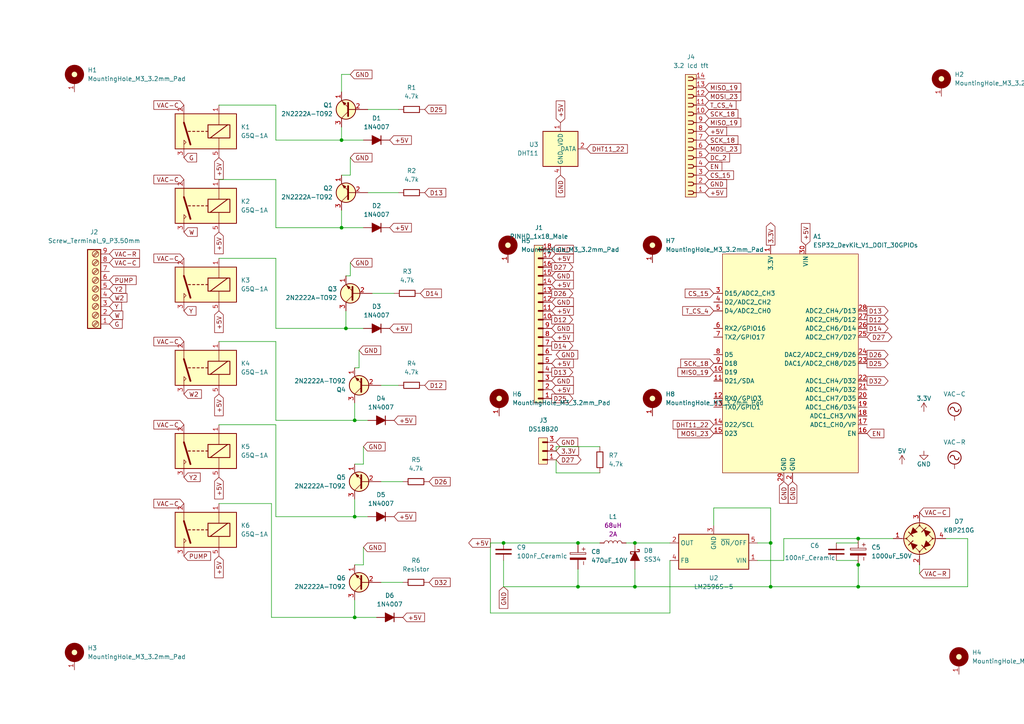
<source format=kicad_sch>
(kicad_sch (version 20250114) (generator "eeschema") (generator_version "9.0")
  (paper "A4")
  (lib_symbols
    (symbol "PCM_4ms_Inductor:12uH_5.2A_1260" (pin_numbers (hide yes)) (pin_names (offset 1.016) (hide yes))
      (property "Reference" "L" (at -1.27 0 90))
      (property "Display" "12uH" (at 2.54 0 90))
      (property "Display 2" "5.2A" (at 5.08 0 90))
      (symbol "12uH_5.2A_1260_1_1"
        (pin passive line (at 0 3.81 270) (length 1.27) (name "1") (number "1"))
        (pin passive line (at 0 -3.81 90) (length 1.27) (name "2") (number "2"))
      )
    )
    (symbol "PCM_Diode_AKL:1N4007" (pin_numbers (hide yes)) (pin_names (offset 1.016) (hide yes))
      (property "Reference" "D" (at 0 5.08 0))
      (property "Value" "1N4007" (at 0 2.54 0))
      (symbol "1N4007_1_1"
        (pin passive line (at -3.81 0 0) (length 2.54) (name "A") (number "2"))
        (pin passive line (at 3.81 0 180) (length 2.54) (name "K") (number "1"))
      )
      (symbol "1N4007_1_2"
        (pin passive line (at -2.54 -2.54 0) (length 0) (name "A") (number "2"))
        (pin passive line (at 2.54 2.54 180) (length 0) (name "K") (number "1"))
      )
    )
    (symbol "PCM_Diode_Bridge_AKL:KBP210G" (pin_names (offset 1.016) (hide yes))
      (property "Reference" "D" (at 5.08 7.62 0))
      (property "Value" "KBP210G" (at 5.08 5.08 0))
      (symbol "KBP210G_1_1"
        (pin passive line (at -7.62 0 0) (length 2.54) (name "1") (number "2"))
        (pin passive line (at 0 7.62 270) (length 2.54) (name "+") (number "1"))
        (pin passive line (at 0 -7.62 90) (length 2.54) (name "-") (number "4"))
        (pin passive line (at 7.62 0 180) (length 2.54) (name "2") (number "3"))
      )
    )
    (symbol "PCM_Diode_Schottky_AKL:SS34" (pin_numbers (hide yes)) (pin_names (offset 1.016) (hide yes))
      (property "Reference" "D" (at 0 5.08 0))
      (property "Value" "SS34" (at 0 2.54 0))
      (symbol "SS34_1_1"
        (pin passive line (at -3.81 0 0) (length 2.54) (name "A") (number "2"))
        (pin passive line (at 3.81 0 180) (length 2.54) (name "K") (number "1"))
      )
      (symbol "SS34_1_2"
        (pin passive line (at -2.54 -2.54 0) (length 0) (name "A") (number "2"))
        (pin passive line (at 2.54 2.54 180) (length 0) (name "K") (number "1"))
      )
    )
    (symbol "PCM_SL_Capacitors:1000uF_50V"
      (property "Reference" "C" (at 0 7.62 0))
      (property "Value" "1000uF_50V" (at 0 5.08 0))
      (symbol "1000uF_50V_0_0"
        (text "+" (at -2.032 1.524 0) (effects (font (size 1.27 1.27))))
        (text "-" (at 2.032 1.524 0) (effects (font (size 1.27 1.27))))
      )
      (symbol "1000uF_50V_1_1"
        (pin passive line (at -3.81 0 0) (length 2.7) (name "~") (number "1"))
        (pin input line (at 3.81 0 180) (length 2.7) (name "~") (number "2"))
      )
    )
    (symbol "PCM_SL_Capacitors:100nF_Ceramic"
      (property "Reference" "C" (at 0 6.35 0))
      (property "Value" "100nF_Ceramic" (at 0 3.81 0))
      (symbol "100nF_Ceramic_1_1"
        (pin passive line (at -2.54 0 0) (length 2) (name "~") (number "1"))
        (pin input line (at 2.54 0 180) (length 2) (name "~") (number "2"))
      )
    )
    (symbol "PCM_SL_Capacitors:470uF_10V"
      (property "Reference" "C" (at 0 7.62 0))
      (property "Value" "470uF_10V" (at 0 5.08 0))
      (symbol "470uF_10V_0_0"
        (text "+" (at -2.032 1.524 0) (effects (font (size 1.27 1.27))))
        (text "-" (at 2.032 1.524 0) (effects (font (size 1.27 1.27))))
      )
      (symbol "470uF_10V_1_1"
        (pin passive line (at -3.81 0 0) (length 2.7) (name "~") (number "1"))
        (pin input line (at 3.81 0 180) (length 2.7) (name "~") (number "2"))
      )
    )
    (symbol "PCM_SL_Development_Board:ESP32_DevKit_V1_DOIT_30GPIOs"
      (property "Reference" "A" (at -11.43 34.29 0))
      (property "Value" "ESP32_DevKit_V1_DOIT_30GPIOs" (at 2.54 -22.86 0))
      (symbol "ESP32_DevKit_V1_DOIT_30GPIOs_1_1"
        (pin bidirectional line (at -21.59 21.59 0) (length 2.54) (name "D15/ADC2_CH3") (number "3"))
        (pin bidirectional line (at -21.59 19.05 0) (length 2.54) (name "D2/ADC2_CH2") (number "4"))
        (pin bidirectional line (at -21.59 16.51 0) (length 2.54) (name "D4/ADC2_CH0") (number "5"))
        (pin bidirectional line (at -21.59 11.43 0) (length 2.54) (name "RX2/GPIO16") (number "6"))
        (pin bidirectional line (at -21.59 8.89 0) (length 2.54) (name "TX2/GPIO17") (number "7"))
        (pin bidirectional line (at -21.59 3.81 0) (length 2.54) (name "D5") (number "8"))
        (pin bidirectional line (at -21.59 1.27 0) (length 2.54) (name "D18") (number "9"))
        (pin bidirectional line (at -21.59 -1.27 0) (length 2.54) (name "D19") (number "10"))
        (pin bidirectional line (at -21.59 -3.81 0) (length 2.54) (name "D21/SDA") (number "11"))
        (pin bidirectional line (at -21.59 -8.89 0) (length 2.54) (name "RX0/GPIO3") (number "12"))
        (pin bidirectional line (at -21.59 -11.43 0) (length 2.54) (name "TX0/GPIO1") (number "13"))
        (pin bidirectional line (at -21.59 -16.51 0) (length 2.54) (name "D22/SCL") (number "14"))
        (pin bidirectional line (at -21.59 -19.05 0) (length 2.54) (name "D23") (number "15"))
        (pin power_in line (at -5.08 35.56 270) (length 2.54) (name "3.3V") (number "1"))
        (pin power_in line (at -1.27 -33.02 90) (length 2.54) (name "GND") (number "29"))
        (pin power_in line (at 1.27 -33.02 90) (length 2.54) (name "GND") (number "2"))
        (pin power_in line (at 5.08 35.56 270) (length 2.54) (name "VIN") (number "30"))
        (pin bidirectional line (at 22.86 16.51 180) (length 2.54) (name "ADC2_CH4/D13") (number "28"))
        (pin bidirectional line (at 22.86 13.97 180) (length 2.54) (name "ADC2_CH5/D12") (number "27"))
        (pin bidirectional line (at 22.86 11.43 180) (length 2.54) (name "ADC2_CH6/D14") (number "26"))
        (pin bidirectional line (at 22.86 8.89 180) (length 2.54) (name "ADC2_CH7/D27") (number "25"))
        (pin bidirectional line (at 22.86 3.81 180) (length 2.54) (name "DAC2/ADC2_CH9/D26") (number "24"))
        (pin bidirectional line (at 22.86 1.27 180) (length 2.54) (name "DAC1/ADC2_CH8/D25") (number "23"))
        (pin bidirectional line (at 22.86 -3.81 180) (length 2.54) (name "ADC1_CH4/D32") (number "22"))
        (pin bidirectional line (at 22.86 -6.35 180) (length 2.54) (name "ADC1_CH4/D32") (number "21"))
        (pin bidirectional line (at 22.86 -8.89 180) (length 2.54) (name "ADC1_CH7/D35") (number "20"))
        (pin bidirectional line (at 22.86 -11.43 180) (length 2.54) (name "ADC1_CH6/D34") (number "19"))
        (pin bidirectional line (at 22.86 -13.97 180) (length 2.54) (name "ADC1_CH3/VN") (number "18"))
        (pin bidirectional line (at 22.86 -16.51 180) (length 2.54) (name "ADC1_CH0/VP") (number "17"))
        (pin bidirectional line (at 22.86 -19.05 180) (length 2.54) (name "EN") (number "16"))
      )
    )
    (symbol "PCM_SL_Mechanical:MountingHole_M3_3.2mm_Pad"
      (property "Reference" "H" (at 0 7.62 0))
      (property "Value" "MountingHole_M3_3.2mm_Pad" (at 0 5.08 0))
      (symbol "MountingHole_M3_3.2mm_Pad_1_1"
        (pin passive line (at 0 -5.08 90) (length 2.54) (name "") (number "1"))
      )
    )
    (symbol "PCM_SL_Pin_Headers:PINHD_1x14_Female"
      (property "Reference" "J" (at 0 22.86 0))
      (property "Value" "PINHD_1x14_Female" (at 0 20.32 0))
      (symbol "PINHD_1x14_Female_1_1"
        (pin passive line (at -3.81 16.51 0) (length 2.54) (name "") (number "1"))
        (pin passive line (at -3.81 13.97 0) (length 2.54) (name "") (number "2"))
        (pin passive line (at -3.81 11.43 0) (length 2.54) (name "") (number "3"))
        (pin passive line (at -3.81 8.89 0) (length 2.54) (name "") (number "4"))
        (pin passive line (at -3.81 6.35 0) (length 2.54) (name "") (number "5"))
        (pin passive line (at -3.81 3.81 0) (length 2.54) (name "") (number "6"))
        (pin passive line (at -3.81 1.27 0) (length 2.54) (name "") (number "7"))
        (pin passive line (at -3.81 -1.27 0) (length 2.54) (name "") (number "8"))
        (pin passive line (at -3.81 -3.81 0) (length 2.54) (name "") (number "9"))
        (pin passive line (at -3.81 -6.35 0) (length 2.54) (name "") (number "10"))
        (pin passive line (at -3.81 -8.89 0) (length 2.54) (name "") (number "11"))
        (pin passive line (at -3.81 -11.43 0) (length 2.54) (name "") (number "12"))
        (pin passive line (at -3.81 -13.97 0) (length 2.54) (name "") (number "13"))
        (pin passive line (at -3.81 -16.51 0) (length 2.54) (name "") (number "14"))
      )
    )
    (symbol "PCM_SL_Pin_Headers:PINHD_1x18_Male"
      (property "Reference" "J" (at 0 26.67 0))
      (property "Value" "PINHD_1x18_Male" (at 0 24.13 0))
      (symbol "PINHD_1x18_Male_1_1"
        (pin passive line (at -3.81 21.59 0) (length 2.54) (name "") (number "1"))
        (pin passive line (at -3.81 19.05 0) (length 2.54) (name "") (number "2"))
        (pin passive line (at -3.81 16.51 0) (length 2.54) (name "") (number "3"))
        (pin passive line (at -3.81 13.97 0) (length 2.54) (name "") (number "4"))
        (pin passive line (at -3.81 11.43 0) (length 2.54) (name "") (number "5"))
        (pin passive line (at -3.81 8.89 0) (length 2.54) (name "") (number "6"))
        (pin passive line (at -3.81 6.35 0) (length 2.54) (name "") (number "7"))
        (pin passive line (at -3.81 3.81 0) (length 2.54) (name "") (number "8"))
        (pin passive line (at -3.81 1.27 0) (length 2.54) (name "") (number "9"))
        (pin passive line (at -3.81 -1.27 0) (length 2.54) (name "") (number "10"))
        (pin passive line (at -3.81 -3.81 0) (length 2.54) (name "") (number "11"))
        (pin passive line (at -3.81 -6.35 0) (length 2.54) (name "") (number "12"))
        (pin passive line (at -3.81 -8.89 0) (length 2.54) (name "") (number "13"))
        (pin passive line (at -3.81 -11.43 0) (length 2.54) (name "") (number "14"))
        (pin passive line (at -3.81 -13.97 0) (length 2.54) (name "") (number "15"))
        (pin passive line (at -3.81 -16.51 0) (length 2.54) (name "") (number "16"))
        (pin passive line (at -3.81 -19.05 0) (length 2.54) (name "") (number "17"))
        (pin passive line (at -3.81 -21.59 0) (length 2.54) (name "") (number "18"))
      )
    )
    (symbol "PCM_SL_Pin_Headers:PINHD_1x3_Male"
      (property "Reference" "J" (at 0 7.62 0))
      (property "Value" "PINHD_1x3_Male" (at 0 5.08 0))
      (symbol "PINHD_1x3_Male_1_1"
        (pin passive line (at -3.81 2.54 0) (length 2.54) (name "") (number "1"))
        (pin passive line (at -3.81 0 0) (length 2.54) (name "") (number "2"))
        (pin passive line (at -3.81 -2.54 0) (length 2.54) (name "") (number "3"))
      )
    )
    (symbol "PCM_SL_Resistors:4.7k"
      (property "Reference" "R" (at 0 5.08 0))
      (property "Value" "4.7k" (at 0 2.54 0))
      (symbol "4.7k_1_1"
        (pin passive line (at -3.81 0 0) (length 1.5) (name "") (number "1"))
        (pin passive line (at 3.81 0 180) (length 1.5) (name "~") (number "2"))
      )
    )
    (symbol "PCM_SL_Resistors:Resistor"
      (property "Reference" "R" (at 0 5.08 0))
      (property "Value" "Resistor" (at 0 2.54 0))
      (symbol "Resistor_1_1"
        (pin passive line (at -3.81 0 0) (length 1.5) (name "") (number "1"))
        (pin passive line (at 3.81 0 180) (length 1.5) (name "~") (number "2"))
      )
    )
    (symbol "PCM_SL_Screw_Terminal:Screw_Terminal_9_P3.50mm"
      (property "Reference" "J" (at 0 12.7 0))
      (property "Value" "Screw_Terminal_9_P3.50mm" (at 1.27 -12.7 0))
      (symbol "Screw_Terminal_9_P3.50mm_1_1"
        (pin passive line (at -3.81 10.16 0) (length 2.54) (name "") (number "1"))
        (pin passive line (at -3.81 7.62 0) (length 2.54) (name "") (number "2"))
        (pin passive line (at -3.81 5.08 0) (length 2.54) (name "") (number "3"))
        (pin passive line (at -3.81 2.54 0) (length 2.54) (name "") (number "4"))
        (pin passive line (at -3.81 0 0) (length 2.54) (name "") (number "5"))
        (pin passive line (at -3.81 -2.54 0) (length 2.54) (name "") (number "6"))
        (pin passive line (at -3.81 -5.08 0) (length 2.54) (name "") (number "7"))
        (pin passive line (at -3.81 -7.62 0) (length 2.54) (name "") (number "8"))
        (pin passive line (at -3.81 -10.16 0) (length 2.54) (name "") (number "9"))
      )
    )
    (symbol "PCM_SparkFun-PowerSymbol:3.3V" (power) (pin_names (offset 0))
      (property "Value" "3.3V" (at 0 3.81 0))
      (symbol "3.3V_1_1"
        (pin power_in line (at 0 0 90) (length 0) (hide yes) (name "3.3V") (number "1"))
      )
    )
    (symbol "PCM_SparkFun-PowerSymbol:5V" (power) (pin_names (offset 0))
      (property "Value" "5V" (at 0 3.81 0))
      (symbol "5V_1_1"
        (pin power_in line (at 0 0 90) (length 0) (hide yes) (name "5V") (number "1"))
      )
    )
    (symbol "PCM_SparkFun-PowerSymbol:GND" (power) (pin_names (offset 0))
      (property "Value" "GND" (at 0 -3.81 0))
      (symbol "GND_1_1"
        (pin power_in line (at 0 0 270) (length 0) (hide yes) (name "GND") (number "1"))
      )
    )
    (symbol "PCM_Transistor_BJT_AKL:2N2222A-TO92" (pin_names (hide yes))
      (property "Reference" "Q" (at 5.08 1.27 0))
      (property "Value" "2N2222A-TO92" (at 5.08 -1.27 0))
      (symbol "2N2222A-TO92_1_1"
        (pin passive line (at -5.08 0 0) (length 5.715) (name "B") (number "2"))
        (pin passive line (at 2.54 5.08 270) (length 2.54) (name "C") (number "3"))
        (pin passive line (at 2.54 -5.08 90) (length 2.54) (name "E") (number "1"))
      )
    )
    (symbol "Regulator_Switching:LM2596S-5"
      (property "Reference" "U" (at -10.16 6.35 0))
      (property "Value" "LM2596S-5" (at 0 6.35 0))
      (symbol "LM2596S-5_1_1"
        (pin power_in line (at -12.7 2.54 0) (length 2.54) (name "VIN") (number "1"))
        (pin input line (at -12.7 -2.54 0) (length 2.54) (name "~{ON}/OFF") (number "5"))
        (pin power_in line (at 0 -7.62 90) (length 2.54) (name "GND") (number "3"))
        (pin input line (at 12.7 2.54 180) (length 2.54) (name "FB") (number "4"))
        (pin output line (at 12.7 -2.54 180) (length 2.54) (name "OUT") (number "2"))
      )
    )
    (symbol "Relay:G5Q-1A"
      (property "Reference" "K" (at 8.89 3.81 0))
      (property "Value" "G5Q-1A" (at 8.89 1.27 0))
      (symbol "G5Q-1A_1_1"
        (pin passive line (at -5.08 7.62 270) (length 2.54) (name "~") (number "5"))
        (pin passive line (at -5.08 -7.62 90) (length 2.54) (name "~") (number "1"))
        (pin passive line (at 5.08 7.62 270) (length 2.54) (name "~") (number "3"))
        (pin passive line (at 5.08 -7.62 90) (length 2.54) (name "~") (number "2"))
      )
    )
    (symbol "Sensor:DHT11"
      (property "Reference" "U" (at -3.81 6.35 0))
      (property "Value" "DHT11" (at 3.81 6.35 0))
      (symbol "DHT11_1_1"
        (pin no_connect line (at -5.08 0 0) (length 2.54) (hide yes) (name "NC") (number "3"))
        (pin power_in line (at 0 7.62 270) (length 2.54) (name "VDD") (number "1"))
        (pin power_in line (at 0 -7.62 90) (length 2.54) (name "GND") (number "4"))
        (pin bidirectional line (at 7.62 0 180) (length 2.54) (name "DATA") (number "2"))
      )
    )
    (symbol "power:VAC" (power) (pin_numbers (hide yes)) (pin_names (offset 0) (hide yes))
      (property "Value" "VAC" (at 0 6.35 0))
      (symbol "VAC_1_1"
        (pin power_in line (at 0 0 90) (length 0) (name "~") (number "1"))
      )
    )
  )
  (junction (at 223.52 170.18))
  (junction (at 184.15 157.48))
  (junction (at 248.92 156.21))
  (junction (at 99.06 66.04))
  (junction (at 248.92 170.18))
  (junction (at 184.15 170.18))
  (junction (at 223.52 157.48))
  (junction (at 167.64 157.48))
  (junction (at 167.64 170.18))
  (junction (at 248.92 163.83))
  (junction (at 102.87 121.92))
  (junction (at 102.87 179.07))
  (junction (at 146.05 157.48))
  (junction (at 100.33 95.25))
  (junction (at 102.87 149.86))
  (junction (at 99.06 40.64))
  (wire (pts (xy 80.01 74.93) (xy 80.01 95.25)))
  (wire (pts (xy 227.33 156.21) (xy 227.33 162.56)))
  (wire (pts (xy 107.95 85.09) (xy 114.3 85.09)))
  (wire (pts (xy 78.74 146.05) (xy 78.74 179.07)))
  (wire (pts (xy 242.57 162.56) (xy 248.92 162.56)))
  (wire (pts (xy 142.24 157.48) (xy 146.05 157.48)))
  (wire (pts (xy 207.01 147.32) (xy 207.01 152.4)))
  (wire (pts (xy 102.87 121.92) (xy 102.87 116.84)))
  (wire (pts (xy 63.5 99.06) (xy 80.01 99.06)))
  (wire (pts (xy 266.7 163.83) (xy 266.7 166.37)))
  (wire (pts (xy 80.01 30.48) (xy 80.01 40.64)))
  (wire (pts (xy 248.92 170.18) (xy 223.52 170.18)))
  (wire (pts (xy 280.67 156.21) (xy 280.67 170.18)))
  (wire (pts (xy 99.06 21.59) (xy 99.06 26.67)))
  (wire (pts (xy 280.67 170.18) (xy 248.92 170.18)))
  (wire (pts (xy 102.87 173.99) (xy 102.87 179.07)))
  (wire (pts (xy 184.15 170.18) (xy 184.15 165.1)))
  (wire (pts (xy 146.05 170.18) (xy 146.05 162.56)))
  (wire (pts (xy 167.64 157.48) (xy 173.99 157.48)))
  (wire (pts (xy 105.41 129.54) (xy 105.41 134.62)))
  (wire (pts (xy 63.5 30.48) (xy 80.01 30.48)))
  (wire (pts (xy 63.5 52.07) (xy 80.01 52.07)))
  (wire (pts (xy 106.68 55.88) (xy 115.57 55.88)))
  (wire (pts (xy 63.5 146.05) (xy 78.74 146.05)))
  (wire (pts (xy 167.64 170.18) (xy 167.64 165.1)))
  (wire (pts (xy 227.33 156.21) (xy 248.92 156.21)))
  (wire (pts (xy 80.01 40.64) (xy 99.06 40.64)))
  (wire (pts (xy 219.71 162.56) (xy 227.33 162.56)))
  (wire (pts (xy 105.41 40.64) (xy 99.06 40.64)))
  (wire (pts (xy 80.01 149.86) (xy 102.87 149.86)))
  (wire (pts (xy 101.6 80.01) (xy 100.33 80.01)))
  (wire (pts (xy 194.31 177.8) (xy 142.24 177.8)))
  (wire (pts (xy 105.41 134.62) (xy 102.87 134.62)))
  (wire (pts (xy 110.49 139.7) (xy 116.84 139.7)))
  (wire (pts (xy 167.64 170.18) (xy 146.05 170.18)))
  (wire (pts (xy 223.52 157.48) (xy 223.52 147.32)))
  (wire (pts (xy 223.52 170.18) (xy 223.52 157.48)))
  (wire (pts (xy 99.06 40.64) (xy 99.06 36.83)))
  (wire (pts (xy 99.06 66.04) (xy 99.06 60.96)))
  (wire (pts (xy 110.49 111.76) (xy 115.57 111.76)))
  (wire (pts (xy 105.41 95.25) (xy 100.33 95.25)))
  (wire (pts (xy 274.32 156.21) (xy 280.67 156.21)))
  (wire (pts (xy 101.6 76.2) (xy 101.6 80.01)))
  (wire (pts (xy 102.87 163.83) (xy 105.41 163.83)))
  (wire (pts (xy 110.49 168.91) (xy 116.84 168.91)))
  (wire (pts (xy 106.68 31.75) (xy 115.57 31.75)))
  (wire (pts (xy 248.92 156.21) (xy 259.08 156.21)))
  (wire (pts (xy 106.68 149.86) (xy 102.87 149.86)))
  (wire (pts (xy 80.01 66.04) (xy 99.06 66.04)))
  (wire (pts (xy 146.05 157.48) (xy 167.64 157.48)))
  (wire (pts (xy 181.61 157.48) (xy 184.15 157.48)))
  (wire (pts (xy 173.99 137.16) (xy 161.29 137.16)))
  (wire (pts (xy 78.74 179.07) (xy 102.87 179.07)))
  (wire (pts (xy 80.01 121.92) (xy 102.87 121.92)))
  (wire (pts (xy 80.01 95.25) (xy 100.33 95.25)))
  (wire (pts (xy 109.22 179.07) (xy 102.87 179.07)))
  (wire (pts (xy 80.01 123.19) (xy 80.01 149.86)))
  (wire (pts (xy 248.92 170.18) (xy 248.92 163.83)))
  (wire (pts (xy 101.6 50.8) (xy 99.06 50.8)))
  (wire (pts (xy 101.6 45.72) (xy 101.6 50.8)))
  (wire (pts (xy 102.87 144.78) (xy 102.87 149.86)))
  (wire (pts (xy 223.52 170.18) (xy 184.15 170.18)))
  (wire (pts (xy 105.41 158.75) (xy 105.41 163.83)))
  (wire (pts (xy 184.15 157.48) (xy 194.31 157.48)))
  (wire (pts (xy 173.99 129.54) (xy 161.29 129.54)))
  (wire (pts (xy 101.6 21.59) (xy 99.06 21.59)))
  (wire (pts (xy 80.01 52.07) (xy 80.01 66.04)))
  (wire (pts (xy 105.41 66.04) (xy 99.06 66.04)))
  (wire (pts (xy 248.92 162.56) (xy 248.92 163.83)))
  (wire (pts (xy 80.01 99.06) (xy 80.01 121.92)))
  (wire (pts (xy 248.92 157.48) (xy 248.92 156.21)))
  (wire (pts (xy 223.52 147.32) (xy 207.01 147.32)))
  (wire (pts (xy 106.68 121.92) (xy 102.87 121.92)))
  (wire (pts (xy 161.29 137.16) (xy 161.29 133.35)))
  (wire (pts (xy 194.31 162.56) (xy 194.31 177.8)))
  (wire (pts (xy 63.5 123.19) (xy 80.01 123.19)))
  (wire (pts (xy 104.14 101.6) (xy 104.14 106.68)))
  (wire (pts (xy 142.24 177.8) (xy 142.24 157.48)))
  (wire (pts (xy 161.29 129.54) (xy 161.29 130.81)))
  (wire (pts (xy 223.52 157.48) (xy 219.71 157.48)))
  (wire (pts (xy 104.14 106.68) (xy 102.87 106.68)))
  (wire (pts (xy 100.33 95.25) (xy 100.33 90.17)))
  (wire (pts (xy 63.5 74.93) (xy 80.01 74.93)))
  (wire (pts (xy 184.15 170.18) (xy 167.64 170.18)))
  (wire (pts (xy 242.57 157.48) (xy 248.92 157.48)))
  (global_label "EN" (shape input) (at 251.46 125.73 0) (property "Intersheetrefs" "${INTERSHEET_REFS}" (effects (hide yes))))
  (global_label "+5V" (shape input) (at 116.84 179.07 0) (property "Intersheetrefs" "${INTERSHEET_REFS}" (effects (hide yes))))
  (global_label "VAC-C" (shape input) (at 53.34 52.07 180) (property "Intersheetrefs" "${INTERSHEET_REFS}" (effects (hide yes))))
  (global_label "+5V" (shape input) (at 113.03 66.04 0) (property "Intersheetrefs" "${INTERSHEET_REFS}" (effects (hide yes))))
  (global_label "DC_2" (shape input) (at 204.47 45.72 0) (property "Intersheetrefs" "${INTERSHEET_REFS}" (effects (hide yes))))
  (global_label "+5V" (shape output) (at 142.24 157.48 180) (property "Intersheetrefs" "${INTERSHEET_REFS}" (effects (hide yes))))
  (global_label "GND" (shape input) (at 101.6 45.72 0) (property "Intersheetrefs" "${INTERSHEET_REFS}" (effects (hide yes))))
  (global_label "+5V" (shape input) (at 160.02 82.55 0) (property "Intersheetrefs" "${INTERSHEET_REFS}" (effects (hide yes))))
  (global_label "3.3V" (shape output) (at 223.52 71.12 90) (property "Intersheetrefs" "${INTERSHEET_REFS}" (effects (hide yes))))
  (global_label "SCK_18" (shape input) (at 204.47 33.02 0) (property "Intersheetrefs" "${INTERSHEET_REFS}" (effects (hide yes))))
  (global_label "+5V" (shape input) (at 160.02 90.17 0) (property "Intersheetrefs" "${INTERSHEET_REFS}" (effects (hide yes))))
  (global_label "D13" (shape input) (at 123.19 55.88 0) (property "Intersheetrefs" "${INTERSHEET_REFS}" (effects (hide yes))))
  (global_label "+5V" (shape input) (at 204.47 38.1 0) (property "Intersheetrefs" "${INTERSHEET_REFS}" (effects (hide yes))))
  (global_label "D13" (shape output) (at 160.02 107.95 0) (property "Intersheetrefs" "${INTERSHEET_REFS}" (effects (hide yes))))
  (global_label "VAC-C" (shape input) (at 53.34 123.19 180) (property "Intersheetrefs" "${INTERSHEET_REFS}" (effects (hide yes))))
  (global_label "MOSI_23" (shape input) (at 204.47 27.94 0) (property "Intersheetrefs" "${INTERSHEET_REFS}" (effects (hide yes))))
  (global_label "GND" (shape input) (at 105.41 158.75 0) (property "Intersheetrefs" "${INTERSHEET_REFS}" (effects (hide yes))))
  (global_label "D32" (shape input) (at 124.46 168.91 0) (property "Intersheetrefs" "${INTERSHEET_REFS}" (effects (hide yes))))
  (global_label "GND" (shape input) (at 160.02 95.25 0) (property "Intersheetrefs" "${INTERSHEET_REFS}" (effects (hide yes))))
  (global_label "+5V" (shape input) (at 113.03 95.25 0) (property "Intersheetrefs" "${INTERSHEET_REFS}" (effects (hide yes))))
  (global_label "+5V" (shape input) (at 160.02 97.79 0) (property "Intersheetrefs" "${INTERSHEET_REFS}" (effects (hide yes))))
  (global_label "+5V" (shape input) (at 204.47 55.88 0) (property "Intersheetrefs" "${INTERSHEET_REFS}" (effects (hide yes))))
  (global_label "VAC-C" (shape input) (at 266.7 148.59 0) (property "Intersheetrefs" "${INTERSHEET_REFS}" (effects (hide yes))))
  (global_label "Y" (shape input) (at 31.75 88.9 0) (property "Intersheetrefs" "${INTERSHEET_REFS}" (effects (hide yes))))
  (global_label "+5V" (shape input) (at 63.5 138.43 270) (property "Intersheetrefs" "${INTERSHEET_REFS}" (effects (hide yes))))
  (global_label "+5V" (shape input) (at 233.68 71.12 90) (property "Intersheetrefs" "${INTERSHEET_REFS}" (effects (hide yes))))
  (global_label "D25" (shape input) (at 123.19 31.75 0) (property "Intersheetrefs" "${INTERSHEET_REFS}" (effects (hide yes))))
  (global_label "PUMP" (shape input) (at 31.75 81.28 0) (property "Intersheetrefs" "${INTERSHEET_REFS}" (effects (hide yes))))
  (global_label "GND" (shape input) (at 161.29 128.27 0) (property "Intersheetrefs" "${INTERSHEET_REFS}" (effects (hide yes))))
  (global_label "GND" (shape input) (at 101.6 76.2 0) (property "Intersheetrefs" "${INTERSHEET_REFS}" (effects (hide yes))))
  (global_label "G" (shape input) (at 53.34 45.72 0) (property "Intersheetrefs" "${INTERSHEET_REFS}" (effects (hide yes))))
  (global_label "VAC-R" (shape input) (at 31.75 73.66 0) (property "Intersheetrefs" "${INTERSHEET_REFS}" (effects (hide yes))))
  (global_label "VAC-C" (shape input) (at 53.34 30.48 180) (property "Intersheetrefs" "${INTERSHEET_REFS}" (effects (hide yes))))
  (global_label "MISO_19" (shape input) (at 204.47 35.56 0) (property "Intersheetrefs" "${INTERSHEET_REFS}" (effects (hide yes))))
  (global_label "D26" (shape output) (at 160.02 85.09 0) (property "Intersheetrefs" "${INTERSHEET_REFS}" (effects (hide yes))))
  (global_label "W" (shape input) (at 31.75 91.44 0) (property "Intersheetrefs" "${INTERSHEET_REFS}" (effects (hide yes))))
  (global_label "+5V" (shape input) (at 63.5 114.3 270) (property "Intersheetrefs" "${INTERSHEET_REFS}" (effects (hide yes))))
  (global_label "GND" (shape input) (at 101.6 21.59 0) (property "Intersheetrefs" "${INTERSHEET_REFS}" (effects (hide yes))))
  (global_label "VAC-C" (shape input) (at 53.34 74.93 180) (property "Intersheetrefs" "${INTERSHEET_REFS}" (effects (hide yes))))
  (global_label "GND" (shape input) (at 160.02 87.63 0) (property "Intersheetrefs" "${INTERSHEET_REFS}" (effects (hide yes))))
  (global_label "W" (shape input) (at 53.34 67.31 0) (property "Intersheetrefs" "${INTERSHEET_REFS}" (effects (hide yes))))
  (global_label "SCK_18" (shape input) (at 207.01 105.41 180) (property "Intersheetrefs" "${INTERSHEET_REFS}" (effects (hide yes))))
  (global_label "D14" (shape input) (at 121.92 85.09 0) (property "Intersheetrefs" "${INTERSHEET_REFS}" (effects (hide yes))))
  (global_label "D14" (shape output) (at 160.02 100.33 0) (property "Intersheetrefs" "${INTERSHEET_REFS}" (effects (hide yes))))
  (global_label "T_CS_4" (shape input) (at 204.47 30.48 0) (property "Intersheetrefs" "${INTERSHEET_REFS}" (effects (hide yes))))
  (global_label "GND" (shape input) (at 160.02 110.49 0) (property "Intersheetrefs" "${INTERSHEET_REFS}" (effects (hide yes))))
  (global_label "D12" (shape input) (at 123.19 111.76 0) (property "Intersheetrefs" "${INTERSHEET_REFS}" (effects (hide yes))))
  (global_label "MISO_19" (shape input) (at 204.47 25.4 0) (property "Intersheetrefs" "${INTERSHEET_REFS}" (effects (hide yes))))
  (global_label "W2" (shape input) (at 31.75 86.36 0) (property "Intersheetrefs" "${INTERSHEET_REFS}" (effects (hide yes))))
  (global_label "VAC-R" (shape input) (at 266.7 166.37 0) (property "Intersheetrefs" "${INTERSHEET_REFS}" (effects (hide yes))))
  (global_label "T_CS_4" (shape input) (at 207.01 90.17 180) (property "Intersheetrefs" "${INTERSHEET_REFS}" (effects (hide yes))))
  (global_label "G" (shape input) (at 31.75 93.98 0) (property "Intersheetrefs" "${INTERSHEET_REFS}" (effects (hide yes))))
  (global_label "D27" (shape output) (at 160.02 77.47 0) (property "Intersheetrefs" "${INTERSHEET_REFS}" (effects (hide yes))))
  (global_label "3.3V" (shape input) (at 161.29 130.81 0) (property "Intersheetrefs" "${INTERSHEET_REFS}" (effects (hide yes))))
  (global_label "GND" (shape input) (at 204.47 53.34 0) (property "Intersheetrefs" "${INTERSHEET_REFS}" (effects (hide yes))))
  (global_label "+5V" (shape input) (at 114.3 121.92 0) (property "Intersheetrefs" "${INTERSHEET_REFS}" (effects (hide yes))))
  (global_label "GND" (shape input) (at 162.56 50.8 270) (property "Intersheetrefs" "${INTERSHEET_REFS}" (effects (hide yes))))
  (global_label "D26" (shape input) (at 124.46 139.7 0) (property "Intersheetrefs" "${INTERSHEET_REFS}" (effects (hide yes))))
  (global_label "SCK_18" (shape input) (at 204.47 40.64 0) (property "Intersheetrefs" "${INTERSHEET_REFS}" (effects (hide yes))))
  (global_label "+5V" (shape input) (at 162.56 35.56 90) (property "Intersheetrefs" "${INTERSHEET_REFS}" (effects (hide yes))))
  (global_label "CS_15" (shape input) (at 207.01 85.09 180) (property "Intersheetrefs" "${INTERSHEET_REFS}" (effects (hide yes))))
  (global_label "PUMP" (shape input) (at 53.34 161.29 0) (property "Intersheetrefs" "${INTERSHEET_REFS}" (effects (hide yes))))
  (global_label "+5V" (shape input) (at 160.02 113.03 0) (property "Intersheetrefs" "${INTERSHEET_REFS}" (effects (hide yes))))
  (global_label "D27" (shape bidirectional) (at 251.46 97.79 0) (property "Intersheetrefs" "${INTERSHEET_REFS}" (effects (hide yes))))
  (global_label "EN" (shape input) (at 204.47 48.26 0) (property "Intersheetrefs" "${INTERSHEET_REFS}" (effects (hide yes))))
  (global_label "D13" (shape output) (at 251.46 90.17 0) (property "Intersheetrefs" "${INTERSHEET_REFS}" (effects (hide yes))))
  (global_label "VAC-C" (shape input) (at 53.34 146.05 180) (property "Intersheetrefs" "${INTERSHEET_REFS}" (effects (hide yes))))
  (global_label "GND" (shape input) (at 227.33 139.7 270) (property "Intersheetrefs" "${INTERSHEET_REFS}" (effects (hide yes))))
  (global_label "VAC-C" (shape input) (at 53.34 99.06 180) (property "Intersheetrefs" "${INTERSHEET_REFS}" (effects (hide yes))))
  (global_label "Y" (shape input) (at 53.34 90.17 0) (property "Intersheetrefs" "${INTERSHEET_REFS}" (effects (hide yes))))
  (global_label "CS_15" (shape input) (at 204.47 50.8 0) (property "Intersheetrefs" "${INTERSHEET_REFS}" (effects (hide yes))))
  (global_label "+5V" (shape input) (at 114.3 149.86 0) (property "Intersheetrefs" "${INTERSHEET_REFS}" (effects (hide yes))))
  (global_label "Y2" (shape input) (at 31.75 83.82 0) (property "Intersheetrefs" "${INTERSHEET_REFS}" (effects (hide yes))))
  (global_label "+5V" (shape input) (at 160.02 74.93 0) (property "Intersheetrefs" "${INTERSHEET_REFS}" (effects (hide yes))))
  (global_label "D12" (shape output) (at 160.02 92.71 0) (property "Intersheetrefs" "${INTERSHEET_REFS}" (effects (hide yes))))
  (global_label "+5V" (shape input) (at 113.03 40.64 0) (property "Intersheetrefs" "${INTERSHEET_REFS}" (effects (hide yes))))
  (global_label "Y2" (shape input) (at 53.34 138.43 0) (property "Intersheetrefs" "${INTERSHEET_REFS}" (effects (hide yes))))
  (global_label "D32" (shape output) (at 251.46 110.49 0) (property "Intersheetrefs" "${INTERSHEET_REFS}" (effects (hide yes))))
  (global_label "D25" (shape output) (at 251.46 105.41 0) (property "Intersheetrefs" "${INTERSHEET_REFS}" (effects (hide yes))))
  (global_label "+5V" (shape input) (at 160.02 105.41 0) (property "Intersheetrefs" "${INTERSHEET_REFS}" (effects (hide yes))))
  (global_label "D12" (shape output) (at 251.46 92.71 0) (property "Intersheetrefs" "${INTERSHEET_REFS}" (effects (hide yes))))
  (global_label "GND" (shape input) (at 160.02 72.39 0) (property "Intersheetrefs" "${INTERSHEET_REFS}" (effects (hide yes))))
  (global_label "DHT11_22" (shape input) (at 170.18 43.18 0) (property "Intersheetrefs" "${INTERSHEET_REFS}" (effects (hide yes))))
  (global_label "D25" (shape output) (at 160.02 115.57 0) (property "Intersheetrefs" "${INTERSHEET_REFS}" (effects (hide yes))))
  (global_label "GND" (shape input) (at 146.05 170.18 270) (property "Intersheetrefs" "${INTERSHEET_REFS}" (effects (hide yes))))
  (global_label "+5V" (shape input) (at 63.5 161.29 270) (property "Intersheetrefs" "${INTERSHEET_REFS}" (effects (hide yes))))
  (global_label "+5V" (shape input) (at 63.5 45.72 270) (property "Intersheetrefs" "${INTERSHEET_REFS}" (effects (hide yes))))
  (global_label "MOSI_23" (shape input) (at 204.47 43.18 0) (property "Intersheetrefs" "${INTERSHEET_REFS}" (effects (hide yes))))
  (global_label "GND" (shape input) (at 104.14 101.6 0) (property "Intersheetrefs" "${INTERSHEET_REFS}" (effects (hide yes))))
  (global_label "VAC-C" (shape input) (at 31.75 76.2 0) (property "Intersheetrefs" "${INTERSHEET_REFS}" (effects (hide yes))))
  (global_label "MOSI_23" (shape input) (at 207.01 125.73 180) (property "Intersheetrefs" "${INTERSHEET_REFS}" (effects (hide yes))))
  (global_label "GND" (shape input) (at 160.02 80.01 0) (property "Intersheetrefs" "${INTERSHEET_REFS}" (effects (hide yes))))
  (global_label "GND" (shape input) (at 229.87 139.7 270) (property "Intersheetrefs" "${INTERSHEET_REFS}" (effects (hide yes))))
  (global_label "MISO_19" (shape input) (at 207.01 107.95 180) (property "Intersheetrefs" "${INTERSHEET_REFS}" (effects (hide yes))))
  (global_label "+5V" (shape input) (at 63.5 90.17 270) (property "Intersheetrefs" "${INTERSHEET_REFS}" (effects (hide yes))))
  (global_label "GND" (shape input) (at 161.29 102.87 0) (property "Intersheetrefs" "${INTERSHEET_REFS}" (effects (hide yes))))
  (global_label "DHT11_22" (shape input) (at 207.01 123.19 180) (property "Intersheetrefs" "${INTERSHEET_REFS}" (effects (hide yes))))
  (global_label "D27" (shape bidirectional) (at 161.29 133.35 0) (property "Intersheetrefs" "${INTERSHEET_REFS}" (effects (hide yes))))
  (global_label "W2" (shape input) (at 53.34 114.3 0) (property "Intersheetrefs" "${INTERSHEET_REFS}" (effects (hide yes))))
  (global_label "GND" (shape input) (at 105.41 129.54 0) (property "Intersheetrefs" "${INTERSHEET_REFS}" (effects (hide yes))))
  (global_label "D26" (shape output) (at 251.46 102.87 0) (property "Intersheetrefs" "${INTERSHEET_REFS}" (effects (hide yes))))
  (global_label "D14" (shape output) (at 251.46 95.25 0) (property "Intersheetrefs" "${INTERSHEET_REFS}" (effects (hide yes))))
  (global_label "+5V" (shape input) (at 63.5 67.31 270) (property "Intersheetrefs" "${INTERSHEET_REFS}" (effects (hide yes))))
  (symbol (lib_id "PCM_SL_Capacitors:100nF_Ceramic") (at 242.57 160.02 90) (unit 1)
    (property "Reference" "C6" (at 234.95 158.242 90) (effects (justify right)))
    (property "Value" "100nF_Ceramic" (at 227.584 161.798 90) (effects (justify right)))
    (property "Footprint" "Capacitor_THT:C_Disc_D5.0mm_W2.5mm_P2.50mm" (effects (hide yes)))
    (property "Description" "100nF Ceramic Capacitor" (effects (hide yes)))
  )
  (symbol (lib_id "PCM_SL_Mechanical:MountingHole_M3_3.2mm_Pad") (at 147.32 71.12 0) (unit 1)
    (property "Reference" "H5" (at 151.13 69.8499 0) (effects (justify left)))
    (property "Value" "MountingHole_M3_3.2mm_Pad" (at 151.13 72.3899 0) (effects (justify left)))
    (property "Footprint" "PCM_SL_Mechanical:MountingHole_3.2mm_Pad" (effects (hide yes)))
    (property "Description" "3.2mm Diameter Mounting Hole Pad (M3)" (effects (hide yes)))
  )
  (symbol (lib_id "Relay:G5Q-1A") (at 58.42 38.1 180) (unit 1)
    (property "Reference" "K1" (at 69.85 36.8299 0) (effects (justify right)))
    (property "Value" "G5Q-1A" (at 69.85 39.3699 0) (effects (justify right)))
    (property "Footprint" "Relay_THT:Relay_SPST_Omron-G5Q-1A" (effects (hide yes)))
    (property "Datasheet" "https://www.omron.com/ecb/products/pdf/en-g5q.pdf" (effects (hide yes)))
    (property "Description" "Omron G5Q relay, Miniature Single Pole, SPST-NO, 10A" (effects (hide yes)))
  )
  (symbol (lib_id "PCM_Transistor_BJT_AKL:2N2222A-TO92") (at 101.6 55.88 180) (unit 1)
    (property "Reference" "Q2" (at 96.52 54.6099 0) (effects (justify left)))
    (property "Value" "2N2222A-TO92" (at 96.52 57.1499 0) (effects (justify left)))
    (property "Footprint" "PCM_Package_TO_SOT_THT_AKL:TO-92_Inline_Wide_EBC" (effects (hide yes)))
    (property "Datasheet" "https://www.tme.eu/Document/f56ae9fa05736feb390d26bab71fb0d5/2n2222a.pdf" (effects (hide yes)))
    (property "Description" "NPN TO-92 transistor, 40V, 0.6A, 625mW, Alternate KiCAD Library" (effects (hide yes)))
  )
  (symbol (lib_id "PCM_SL_Mechanical:MountingHole_M3_3.2mm_Pad") (at 189.23 115.57 0) (unit 1)
    (property "Reference" "H8" (at 193.04 114.2999 0) (effects (justify left)))
    (property "Value" "MountingHole_M3_3.2mm_Pad" (at 193.04 116.8399 0) (effects (justify left)))
    (property "Footprint" "PCM_SL_Mechanical:MountingHole_3.2mm_Pad" (effects (hide yes)))
    (property "Description" "3.2mm Diameter Mounting Hole Pad (M3)" (effects (hide yes)))
  )
  (symbol (lib_id "PCM_SL_Resistors:4.7k") (at 173.99 133.35 90) (unit 1)
    (property "Reference" "R7" (at 176.53 132.0799 90) (effects (justify right)))
    (property "Value" "4.7k" (at 176.53 134.6199 90) (effects (justify right)))
    (property "Footprint" "Resistor_THT:R_Axial_DIN0207_L6.3mm_D2.5mm_P10.16mm_Horizontal" (effects (hide yes)))
    (property "Description" "4.7kΩ, 1/4W Resistor" (effects (hide yes)))
  )
  (symbol (lib_id "Relay:G5Q-1A") (at 58.42 82.55 180) (unit 1)
    (property "Reference" "K3" (at 69.85 81.2799 0) (effects (justify right)))
    (property "Value" "G5Q-1A" (at 69.85 83.8199 0) (effects (justify right)))
    (property "Footprint" "Relay_THT:Relay_SPST_Omron-G5Q-1A" (effects (hide yes)))
    (property "Datasheet" "https://www.omron.com/ecb/products/pdf/en-g5q.pdf" (effects (hide yes)))
    (property "Description" "Omron G5Q relay, Miniature Single Pole, SPST-NO, 10A" (effects (hide yes)))
  )
  (symbol (lib_id "PCM_Diode_AKL:1N4007") (at 109.22 66.04 0) (unit 1)
    (property "Reference" "D2" (at 109.22 59.69 0))
    (property "Value" "1N4007" (at 109.22 62.23 0))
    (property "Footprint" "PCM_Diode_THT_AKL:D_DO-41_SOD81_P7.62mm_Horizontal" (effects (hide yes)))
    (property "Datasheet" "https://www.tme.eu/Document/5f8ffc5ac30fc86bac97d66040bf5502/1n400x.pdf" (effects (hide yes)))
    (property "Description" "DO-41 Diode, Rectifier, 1000V, 1A, Alternate KiCad Library" (effects (hide yes)))
  )
  (symbol (lib_id "PCM_SL_Pin_Headers:PINHD_1x14_Female") (at 200.66 39.37 180) (unit 1)
    (property "Reference" "J4" (at 200.405 16.51 0))
    (property "Value" "3.2 lcd tft" (at 200.405 19.05 0))
    (property "Footprint" "Connector_PinSocket_2.54mm:PinSocket_1x14_P2.54mm_Vertical" (effects (hide yes)))
    (property "Description" "Pin Header female with pin space 2.54mm. Pin Count - 14" (effects (hide yes)))
  )
  (symbol (lib_id "PCM_Transistor_BJT_AKL:2N2222A-TO92") (at 101.6 31.75 180) (unit 1)
    (property "Reference" "Q1" (at 96.52 30.4799 0) (effects (justify left)))
    (property "Value" "2N2222A-TO92" (at 96.52 33.0199 0) (effects (justify left)))
    (property "Footprint" "PCM_Package_TO_SOT_THT_AKL:TO-92_Inline_Wide_EBC" (effects (hide yes)))
    (property "Datasheet" "https://www.tme.eu/Document/f56ae9fa05736feb390d26bab71fb0d5/2n2222a.pdf" (effects (hide yes)))
    (property "Description" "NPN TO-92 transistor, 40V, 0.6A, 625mW, Alternate KiCAD Library" (effects (hide yes)))
  )
  (symbol (lib_id "PCM_SL_Resistors:4.7k") (at 119.38 31.75 0) (unit 1)
    (property "Reference" "R1" (at 119.38 25.4 0))
    (property "Value" "4.7k" (at 119.38 27.94 0))
    (property "Footprint" "Resistor_THT:R_Axial_DIN0207_L6.3mm_D2.5mm_P10.16mm_Horizontal" (effects (hide yes)))
    (property "Description" "4.7kΩ, 1/4W Resistor" (effects (hide yes)))
  )
  (symbol (lib_id "PCM_Diode_AKL:1N4007") (at 110.49 121.92 0) (unit 1)
    (property "Reference" "D4" (at 110.49 115.57 0))
    (property "Value" "1N4007" (at 110.49 118.11 0))
    (property "Footprint" "PCM_Diode_THT_AKL:D_DO-41_SOD81_P7.62mm_Horizontal" (effects (hide yes)))
    (property "Datasheet" "https://www.tme.eu/Document/5f8ffc5ac30fc86bac97d66040bf5502/1n400x.pdf" (effects (hide yes)))
    (property "Description" "DO-41 Diode, Rectifier, 1000V, 1A, Alternate KiCad Library" (effects (hide yes)))
  )
  (symbol (lib_id "PCM_SL_Mechanical:MountingHole_M3_3.2mm_Pad") (at 144.78 115.57 0) (unit 1)
    (property "Reference" "H6" (at 148.59 114.2999 0) (effects (justify left)))
    (property "Value" "MountingHole_M3_3.2mm_Pad" (at 148.59 116.8399 0) (effects (justify left)))
    (property "Footprint" "PCM_SL_Mechanical:MountingHole_3.2mm_Pad" (effects (hide yes)))
    (property "Description" "3.2mm Diameter Mounting Hole Pad (M3)" (effects (hide yes)))
  )
  (symbol (lib_id "PCM_SparkFun-PowerSymbol:GND") (at 267.97 130.81 0) (unit 1)
    (property "Reference" "#PWR02" (effects (hide yes)))
    (property "Value" "GND" (at 267.97 134.62 0))
    (property "Description" "Power symbol creates a global label with name \"GND\" , ground" (effects (hide yes)))
  )
  (symbol (lib_id "PCM_SL_Pin_Headers:PINHD_1x18_Male") (at 156.21 93.98 180) (unit 1)
    (property "Reference" "J1" (at 156.335 66.04 0))
    (property "Value" "PINHD_1x18_Male" (at 156.335 68.58 0))
    (property "Footprint" "Connector_PinHeader_2.54mm:PinHeader_1x18_P2.54mm_Vertical" (effects (hide yes)))
    (property "Description" "Pin Header male with pin space 2.54mm. Pin Count -18" (effects (hide yes)))
  )
  (symbol (lib_id "Relay:G5Q-1A") (at 58.42 106.68 180) (unit 1)
    (property "Reference" "K4" (at 69.85 105.4099 0) (effects (justify right)))
    (property "Value" "G5Q-1A" (at 69.85 107.9499 0) (effects (justify right)))
    (property "Footprint" "Relay_THT:Relay_SPST_Omron-G5Q-1A" (effects (hide yes)))
    (property "Datasheet" "https://www.omron.com/ecb/products/pdf/en-g5q.pdf" (effects (hide yes)))
    (property "Description" "Omron G5Q relay, Miniature Single Pole, SPST-NO, 10A" (effects (hide yes)))
  )
  (symbol (lib_id "PCM_SL_Capacitors:1000uF_50V") (at 248.92 160.02 270) (unit 1)
    (property "Reference" "C5" (at 252.73 158.7499 90) (effects (justify left)))
    (property "Value" "1000uF_50V" (at 252.73 161.2899 90) (effects (justify left)))
    (property "Footprint" "Capacitor_THT:CP_Radial_D16.0mm_P7.50mm" (effects (hide yes)))
    (property "Description" "1000uF, 50V Electrolytic Capacitor" (effects (hide yes)))
  )
  (symbol (lib_id "Relay:G5Q-1A") (at 58.42 130.81 180) (unit 1)
    (property "Reference" "K5" (at 69.85 129.5399 0) (effects (justify right)))
    (property "Value" "G5Q-1A" (at 69.85 132.0799 0) (effects (justify right)))
    (property "Footprint" "Relay_THT:Relay_SPST_Omron-G5Q-1A" (effects (hide yes)))
    (property "Datasheet" "https://www.omron.com/ecb/products/pdf/en-g5q.pdf" (effects (hide yes)))
    (property "Description" "Omron G5Q relay, Miniature Single Pole, SPST-NO, 10A" (effects (hide yes)))
  )
  (symbol (lib_id "PCM_Transistor_BJT_AKL:2N2222A-TO92") (at 105.41 168.91 180) (unit 1)
    (property "Reference" "Q6" (at 100.33 167.6399 0) (effects (justify left)))
    (property "Value" "2N2222A-TO92" (at 100.33 170.1799 0) (effects (justify left)))
    (property "Footprint" "PCM_Package_TO_SOT_THT_AKL:TO-92_Inline_Wide_EBC" (effects (hide yes)))
    (property "Datasheet" "https://www.tme.eu/Document/f56ae9fa05736feb390d26bab71fb0d5/2n2222a.pdf" (effects (hide yes)))
    (property "Description" "NPN TO-92 transistor, 40V, 0.6A, 625mW, Alternate KiCAD Library" (effects (hide yes)))
  )
  (symbol (lib_id "power:VAC") (at 276.86 121.92 0) (unit 1)
    (property "Reference" "#PWR04" (effects (hide yes)))
    (property "Value" "VAC-C" (at 276.86 114.3 0))
    (property "Description" "Power symbol creates a global label with name \"VAC\"" (effects (hide yes)))
  )
  (symbol (lib_id "PCM_SL_Mechanical:MountingHole_M3_3.2mm_Pad") (at 21.59 21.59 0) (unit 1)
    (property "Reference" "H1" (at 25.4 20.3199 0) (effects (justify left)))
    (property "Value" "MountingHole_M3_3.2mm_Pad" (at 25.4 22.8599 0) (effects (justify left)))
    (property "Footprint" "PCM_SL_Mechanical:MountingHole_3.2mm_Pad" (effects (hide yes)))
    (property "Description" "3.2mm Diameter Mounting Hole Pad (M3)" (effects (hide yes)))
  )
  (symbol (lib_id "PCM_SL_Resistors:4.7k") (at 118.11 85.09 0) (unit 1)
    (property "Reference" "R3" (at 118.11 78.74 0))
    (property "Value" "4.7k" (at 118.11 81.28 0))
    (property "Footprint" "Resistor_THT:R_Axial_DIN0207_L6.3mm_D2.5mm_P10.16mm_Horizontal" (effects (hide yes)))
    (property "Description" "4.7kΩ, 1/4W Resistor" (effects (hide yes)))
  )
  (symbol (lib_id "Relay:G5Q-1A") (at 58.42 59.69 180) (unit 1)
    (property "Reference" "K2" (at 69.85 58.4199 0) (effects (justify right)))
    (property "Value" "G5Q-1A" (at 69.85 60.9599 0) (effects (justify right)))
    (property "Footprint" "Relay_THT:Relay_SPST_Omron-G5Q-1A" (effects (hide yes)))
    (property "Datasheet" "https://www.omron.com/ecb/products/pdf/en-g5q.pdf" (effects (hide yes)))
    (property "Description" "Omron G5Q relay, Miniature Single Pole, SPST-NO, 10A" (effects (hide yes)))
  )
  (symbol (lib_id "PCM_SL_Mechanical:MountingHole_M3_3.2mm_Pad") (at 273.05 22.86 0) (unit 1)
    (property "Reference" "H2" (at 276.86 21.5899 0) (effects (justify left)))
    (property "Value" "MountingHole_M3_3.2mm_Pad" (at 276.86 24.1299 0) (effects (justify left)))
    (property "Footprint" "PCM_SL_Mechanical:MountingHole_3.2mm_Pad" (effects (hide yes)))
    (property "Description" "3.2mm Diameter Mounting Hole Pad (M3)" (effects (hide yes)))
  )
  (symbol (lib_id "PCM_SL_Resistors:Resistor") (at 120.65 168.91 0) (unit 1)
    (property "Reference" "R6" (at 120.65 162.56 0))
    (property "Value" "Resistor" (at 120.65 165.1 0))
    (property "Footprint" "Resistor_THT:R_Axial_DIN0207_L6.3mm_D2.5mm_P10.16mm_Horizontal" (effects (hide yes)))
    (property "Description" "1/4W Resistor" (effects (hide yes)))
  )
  (symbol (lib_id "PCM_SL_Resistors:4.7k") (at 120.65 139.7 0) (unit 1)
    (property "Reference" "R5" (at 120.65 133.35 0))
    (property "Value" "4.7k" (at 120.65 135.89 0))
    (property "Footprint" "Resistor_THT:R_Axial_DIN0207_L6.3mm_D2.5mm_P10.16mm_Horizontal" (effects (hide yes)))
    (property "Description" "4.7kΩ, 1/4W Resistor" (effects (hide yes)))
  )
  (symbol (lib_id "PCM_Transistor_BJT_AKL:2N2222A-TO92") (at 105.41 111.76 180) (unit 1)
    (property "Reference" "Q4" (at 100.33 113.0301 0) (effects (justify left)))
    (property "Value" "2N2222A-TO92" (at 100.33 110.4901 0) (effects (justify left)))
    (property "Footprint" "PCM_Package_TO_SOT_THT_AKL:TO-92_Inline_Wide_EBC" (effects (hide yes)))
    (property "Datasheet" "https://www.tme.eu/Document/f56ae9fa05736feb390d26bab71fb0d5/2n2222a.pdf" (effects (hide yes)))
    (property "Description" "NPN TO-92 transistor, 40V, 0.6A, 625mW, Alternate KiCAD Library" (effects (hide yes)))
  )
  (symbol (lib_id "PCM_SL_Pin_Headers:PINHD_1x3_Male") (at 157.48 130.81 180) (unit 1)
    (property "Reference" "J3" (at 157.605 121.92 0))
    (property "Value" "DS18B20" (at 157.605 124.46 0))
    (property "Footprint" "Connector_PinHeader_2.54mm:PinHeader_1x03_P2.54mm_Vertical" (effects (hide yes)))
    (property "Description" "Pin Header male with pin space 2.54mm. Pin Count -3" (effects (hide yes)))
  )
  (symbol (lib_id "PCM_SparkFun-PowerSymbol:5V") (at 261.62 134.62 0) (unit 1)
    (property "Reference" "#PWR01" (effects (hide yes)))
    (property "Value" "5V" (at 261.62 130.81 0))
    (property "Description" "Power symbol creates a global label with name \"5V\"" (effects (hide yes)))
  )
  (symbol (lib_id "Sensor:DHT11") (at 162.56 43.18 0) (unit 1)
    (property "Reference" "U3" (at 156.21 41.9099 0) (effects (justify right)))
    (property "Value" "DHT11" (at 156.21 44.4499 0) (effects (justify right)))
    (property "Footprint" "Sensor:Aosong_DHT11_5.5x12.0_P2.54mm" (effects (hide yes)))
    (property "Datasheet" "http://akizukidenshi.com/download/ds/aosong/DHT11.pdf" (effects (hide yes)))
    (property "Description" "3.3V to 5.5V, temperature and humidity module, DHT11" (effects (hide yes)))
  )
  (symbol (lib_id "PCM_SL_Resistors:4.7k") (at 119.38 111.76 0) (unit 1)
    (property "Reference" "R4" (at 119.38 105.41 0))
    (property "Value" "4.7k" (at 119.38 107.95 0))
    (property "Footprint" "Resistor_THT:R_Axial_DIN0207_L6.3mm_D2.5mm_P10.16mm_Horizontal" (effects (hide yes)))
    (property "Description" "4.7kΩ, 1/4W Resistor" (effects (hide yes)))
  )
  (symbol (lib_id "PCM_SL_Resistors:4.7k") (at 119.38 55.88 0) (unit 1)
    (property "Reference" "R2" (at 119.38 49.53 0))
    (property "Value" "4.7k" (at 119.38 52.07 0))
    (property "Footprint" "Resistor_THT:R_Axial_DIN0207_L6.3mm_D2.5mm_P10.16mm_Horizontal" (effects (hide yes)))
    (property "Description" "4.7kΩ, 1/4W Resistor" (effects (hide yes)))
  )
  (symbol (lib_id "PCM_SL_Screw_Terminal:Screw_Terminal_9_P3.50mm") (at 27.94 83.82 180) (unit 1)
    (property "Reference" "J2" (at 27.305 67.31 0))
    (property "Value" "Screw_Terminal_9_P3.50mm" (at 27.305 69.85 0))
    (property "Footprint" "TerminalBlock_Phoenix:TerminalBlock_Phoenix_PT-1,5-9-3.5-H_1x09_P3.50mm_Horizontal" (effects (hide yes)))
  )
  (symbol (lib_id "Relay:G5Q-1A") (at 58.42 153.67 180) (unit 1)
    (property "Reference" "K6" (at 69.85 152.3999 0) (effects (justify right)))
    (property "Value" "G5Q-1A" (at 69.85 154.9399 0) (effects (justify right)))
    (property "Footprint" "Relay_THT:Relay_SPST_Omron-G5Q-1A" (effects (hide yes)))
    (property "Datasheet" "https://www.omron.com/ecb/products/pdf/en-g5q.pdf" (effects (hide yes)))
    (property "Description" "Omron G5Q relay, Miniature Single Pole, SPST-NO, 10A" (effects (hide yes)))
  )
  (symbol (lib_id "PCM_Transistor_BJT_AKL:2N2222A-TO92") (at 105.41 139.7 180) (unit 1)
    (property "Reference" "Q5" (at 100.33 138.4299 0) (effects (justify left)))
    (property "Value" "2N2222A-TO92" (at 100.33 140.9699 0) (effects (justify left)))
    (property "Footprint" "PCM_Package_TO_SOT_THT_AKL:TO-92_Inline_Wide_EBC" (effects (hide yes)))
    (property "Datasheet" "https://www.tme.eu/Document/f56ae9fa05736feb390d26bab71fb0d5/2n2222a.pdf" (effects (hide yes)))
    (property "Description" "NPN TO-92 transistor, 40V, 0.6A, 625mW, Alternate KiCAD Library" (effects (hide yes)))
  )
  (symbol (lib_id "PCM_Diode_Schottky_AKL:SS34") (at 184.15 161.29 90) (unit 1)
    (property "Reference" "D8" (at 186.69 159.7024 90) (effects (justify right)))
    (property "Value" "SS34" (at 186.69 162.2424 90) (effects (justify right)))
    (property "Footprint" "PCM_Diode_SMD_AKL:D_SMC" (effects (hide yes)))
    (property "Datasheet" "https://www.tme.eu/Document/4534c3d1273464918563ce78bdeb2ece/SS34-E3-57T.pdf" (effects (hide yes)))
    (property "Description" "SMC Schottky diode, 40V, 3A, Alternate KiCAD Library" (effects (hide yes)))
  )
  (symbol (lib_id "PCM_SparkFun-PowerSymbol:3.3V") (at 267.97 119.38 0) (unit 1)
    (property "Reference" "#PWR05" (effects (hide yes)))
    (property "Value" "3.3V" (at 267.97 115.57 0))
    (property "Description" "Power symbol creates a global label with name \"3.3V\"" (effects (hide yes)))
  )
  (symbol (lib_id "PCM_SL_Capacitors:470uF_10V") (at 167.64 161.29 270) (unit 1)
    (property "Reference" "C8" (at 171.45 160.0199 90) (effects (justify left)))
    (property "Value" "470uF_10V" (at 171.45 162.5599 90) (effects (justify left)))
    (property "Footprint" "Capacitor_THT:CP_Radial_D8.0mm_P3.50mm" (effects (hide yes)))
    (property "Description" "470uF, 10V Electrolytic Capacitor" (effects (hide yes)))
  )
  (symbol (lib_id "PCM_Diode_AKL:1N4007") (at 109.22 40.64 0) (unit 1)
    (property "Reference" "D1" (at 109.22 34.29 0))
    (property "Value" "1N4007" (at 109.22 36.83 0))
    (property "Footprint" "PCM_Diode_THT_AKL:D_DO-41_SOD81_P7.62mm_Horizontal" (effects (hide yes)))
    (property "Datasheet" "https://www.tme.eu/Document/5f8ffc5ac30fc86bac97d66040bf5502/1n400x.pdf" (effects (hide yes)))
    (property "Description" "DO-41 Diode, Rectifier, 1000V, 1A, Alternate KiCad Library" (effects (hide yes)))
  )
  (symbol (lib_id "PCM_4ms_Inductor:12uH_5.2A_1260") (at 177.8 157.48 90) (unit 1)
    (property "Reference" "L1" (at 177.8 149.86 90))
    (property "Value" "12uH_5.2A_1260" (effects (hide yes)))
    (property "Footprint" "Inductor_SMD:L_Bourns_SRR1260" (effects (hide yes)))
    (property "Description" "12uH, Idc>=5.2A, Shielded, Rdc<23mΩ" (effects (hide yes)))
    (property "Specifications" "12uH, Idc>=5.2A, Shielded, Rdc<23mΩ" (effects (hide yes)))
    (property "Manufacturer" "Bournes" (effects (hide yes)))
    (property "Part Number" "SRR1260-120M" (effects (hide yes)))
    (property "Display" "68uH" (at 177.8 152.4 90))
    (property "Display 2" "2A" (at 177.8 154.94 90))
  )
  (symbol (lib_id "PCM_SL_Mechanical:MountingHole_M3_3.2mm_Pad") (at 278.13 190.5 0) (unit 1)
    (property "Reference" "H4" (at 281.94 189.2299 0) (effects (justify left)))
    (property "Value" "MountingHole_M3_3.2mm_Pad" (at 281.94 191.7699 0) (effects (justify left)))
    (property "Footprint" "PCM_SL_Mechanical:MountingHole_3.2mm_Pad" (effects (hide yes)))
    (property "Description" "3.2mm Diameter Mounting Hole Pad (M3)" (effects (hide yes)))
  )
  (symbol (lib_id "PCM_Diode_AKL:1N4007") (at 113.03 179.07 0) (unit 1)
    (property "Reference" "D6" (at 113.03 172.72 0))
    (property "Value" "1N4007" (at 113.03 175.26 0))
    (property "Footprint" "PCM_Diode_THT_AKL:D_DO-41_SOD81_P7.62mm_Horizontal" (effects (hide yes)))
    (property "Datasheet" "https://www.tme.eu/Document/5f8ffc5ac30fc86bac97d66040bf5502/1n400x.pdf" (effects (hide yes)))
    (property "Description" "DO-41 Diode, Rectifier, 1000V, 1A, Alternate KiCad Library" (effects (hide yes)))
  )
  (symbol (lib_id "power:VAC") (at 276.86 135.89 0) (unit 1)
    (property "Reference" "#PWR03" (effects (hide yes)))
    (property "Value" "VAC-R" (at 276.86 128.27 0))
    (property "Description" "Power symbol creates a global label with name \"VAC\"" (effects (hide yes)))
  )
  (symbol (lib_id "PCM_SL_Mechanical:MountingHole_M3_3.2mm_Pad") (at 21.59 189.23 0) (unit 1)
    (property "Reference" "H3" (at 25.4 187.9599 0) (effects (justify left)))
    (property "Value" "MountingHole_M3_3.2mm_Pad" (at 25.4 190.4999 0) (effects (justify left)))
    (property "Footprint" "PCM_SL_Mechanical:MountingHole_3.2mm_Pad" (effects (hide yes)))
    (property "Description" "3.2mm Diameter Mounting Hole Pad (M3)" (effects (hide yes)))
  )
  (symbol (lib_id "PCM_SL_Development_Board:ESP32_DevKit_V1_DOIT_30GPIOs") (at 228.6 106.68 0) (unit 1)
    (property "Reference" "A1" (at 235.8233 68.58 0) (effects (justify left)))
    (property "Value" "ESP32_DevKit_V1_DOIT_30GPIOs" (at 235.8233 71.12 0) (effects (justify left)))
    (property "Footprint" "PCM_SL_Development_Boards:DOIT_ESP32_DEVKIT_30Pins" (effects (hide yes)))
    (property "Description" "Microcontroller module with ESP32 MCU, WiFi and Bluetooth" (effects (hide yes)))
  )
  (symbol (lib_id "PCM_SL_Capacitors:100nF_Ceramic") (at 146.05 160.02 270) (unit 1)
    (property "Reference" "C9" (at 149.86 158.7499 90) (effects (justify left)))
    (property "Value" "100nF_Ceramic" (at 149.86 161.2899 90) (effects (justify left)))
    (property "Footprint" "Capacitor_THT:C_Disc_D5.0mm_W2.5mm_P2.50mm" (effects (hide yes)))
    (property "Description" "100nF Ceramic Capacitor" (effects (hide yes)))
  )
  (symbol (lib_id "PCM_Transistor_BJT_AKL:2N2222A-TO92") (at 102.87 85.09 180) (unit 1)
    (property "Reference" "Q3" (at 97.79 83.8199 0) (effects (justify left)))
    (property "Value" "2N2222A-TO92" (at 97.79 86.3599 0) (effects (justify left)))
    (property "Footprint" "PCM_Package_TO_SOT_THT_AKL:TO-92_Inline_Wide_EBC" (effects (hide yes)))
    (property "Datasheet" "https://www.tme.eu/Document/f56ae9fa05736feb390d26bab71fb0d5/2n2222a.pdf" (effects (hide yes)))
    (property "Description" "NPN TO-92 transistor, 40V, 0.6A, 625mW, Alternate KiCAD Library" (effects (hide yes)))
  )
  (symbol (lib_id "PCM_Diode_AKL:1N4007") (at 109.22 95.25 0) (unit 1)
    (property "Reference" "D3" (at 109.22 88.9 0))
    (property "Value" "1N4007" (at 109.22 91.44 0))
    (property "Footprint" "PCM_Diode_THT_AKL:D_DO-41_SOD81_P7.62mm_Horizontal" (effects (hide yes)))
    (property "Datasheet" "https://www.tme.eu/Document/5f8ffc5ac30fc86bac97d66040bf5502/1n400x.pdf" (effects (hide yes)))
    (property "Description" "DO-41 Diode, Rectifier, 1000V, 1A, Alternate KiCad Library" (effects (hide yes)))
  )
  (symbol (lib_id "Regulator_Switching:LM2596S-5") (at 207.01 160.02 180) (unit 1)
    (property "Reference" "U2" (at 207.01 167.64 0))
    (property "Value" "LM2596S-5" (at 207.01 170.18 0))
    (property "Footprint" "Package_TO_SOT_SMD:TO-263-5_TabPin3" (effects (hide yes)))
    (property "Datasheet" "http://www.ti.com/lit/ds/symlink/lm2596.pdf" (effects (hide yes)))
    (property "Description" "5V 3A Step-Down Voltage Regulator, TO-263" (effects (hide yes)))
  )
  (symbol (lib_id "PCM_Diode_AKL:1N4007") (at 110.49 149.86 0) (unit 1)
    (property "Reference" "D5" (at 110.49 143.51 0))
    (property "Value" "1N4007" (at 110.49 146.05 0))
    (property "Footprint" "PCM_Diode_THT_AKL:D_DO-41_SOD81_P7.62mm_Horizontal" (effects (hide yes)))
    (property "Datasheet" "https://www.tme.eu/Document/5f8ffc5ac30fc86bac97d66040bf5502/1n400x.pdf" (effects (hide yes)))
    (property "Description" "DO-41 Diode, Rectifier, 1000V, 1A, Alternate KiCad Library" (effects (hide yes)))
  )
  (symbol (lib_id "PCM_Diode_Bridge_AKL:KBP210G") (at 266.7 156.21 90) (unit 1)
    (property "Reference" "D7" (at 278.13 151.2568 90))
    (property "Value" "KBP210G" (at 278.13 153.7968 90))
    (property "Footprint" "PCM_Diode_THT_AKL:Diode_Bridge_KBP" (effects (hide yes)))
    (property "Datasheet" "https://www.tme.eu/Document/d4bb250e05ce14ef0c1e7c773ee2a730/KBP210G.pdf" (effects (hide yes)))
    (property "Description" "2A, 1000V, THT Diode bridge, Alternate KiCAD Library" (effects (hide yes)))
  )
  (symbol (lib_id "PCM_SL_Mechanical:MountingHole_M3_3.2mm_Pad") (at 189.23 71.12 0) (unit 1)
    (property "Reference" "H7" (at 193.04 69.8499 0) (effects (justify left)))
    (property "Value" "MountingHole_M3_3.2mm_Pad" (at 193.04 72.3899 0) (effects (justify left)))
    (property "Footprint" "PCM_SL_Mechanical:MountingHole_3.2mm_Pad" (effects (hide yes)))
    (property "Description" "3.2mm Diameter Mounting Hole Pad (M3)" (effects (hide yes)))
  )
)
</source>
